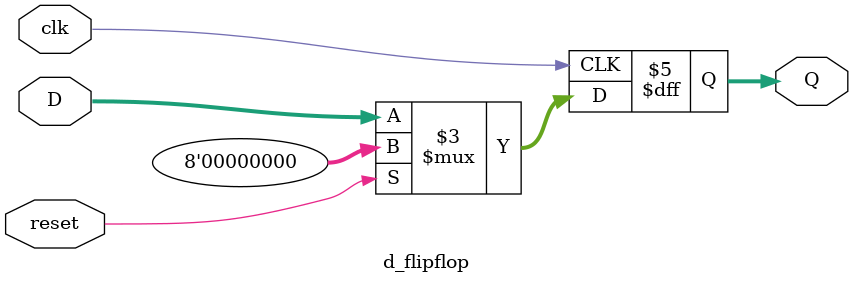
<source format=sv>
module d_flipflop(
    input logic clk, reset,
    input logic [7:0] D,
    output logic [7:0] Q
);

always_ff @(posedge clk) begin
    if (reset)
        Q <= 8'b00000000;
    else
        Q <= D;        
end

endmodule
</source>
